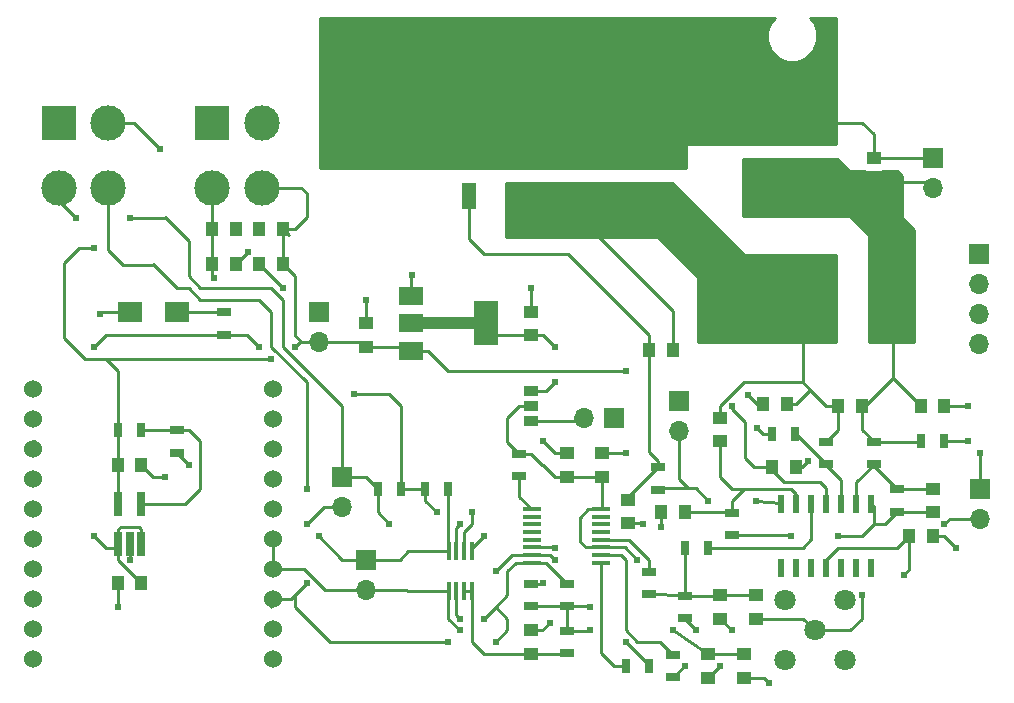
<source format=gbr>
G04 #@! TF.FileFunction,Copper,L1,Top,Signal*
%FSLAX46Y46*%
G04 Gerber Fmt 4.6, Leading zero omitted, Abs format (unit mm)*
G04 Created by KiCad (PCBNEW 4.0.7-e2-6376~58~ubuntu16.04.1) date Fri Mar 30 11:42:14 2018*
%MOMM*%
%LPD*%
G01*
G04 APERTURE LIST*
%ADD10C,0.100000*%
%ADD11R,1.250000X1.000000*%
%ADD12R,1.000000X1.250000*%
%ADD13R,3.000000X3.000000*%
%ADD14C,3.000000*%
%ADD15C,1.798320*%
%ADD16C,1.795780*%
%ADD17R,1.700000X1.700000*%
%ADD18O,1.700000X1.700000*%
%ADD19R,1.270000X0.970000*%
%ADD20R,1.200000X2.200000*%
%ADD21R,5.800000X6.400000*%
%ADD22R,2.750000X3.050000*%
%ADD23R,0.700000X1.300000*%
%ADD24R,1.300000X0.700000*%
%ADD25C,2.400000*%
%ADD26O,2.400000X2.400000*%
%ADD27R,1.500000X0.450000*%
%ADD28R,0.600000X1.500000*%
%ADD29R,2.000000X3.800000*%
%ADD30R,2.000000X1.500000*%
%ADD31R,0.300000X1.600000*%
%ADD32C,1.524000*%
%ADD33R,0.650000X2.000000*%
%ADD34R,2.000000X1.700000*%
%ADD35C,0.609600*%
%ADD36C,0.254000*%
%ADD37C,1.016000*%
G04 APERTURE END LIST*
D10*
D11*
X168000000Y-57000000D03*
X168000000Y-55000000D03*
X165000000Y-57000000D03*
X165000000Y-55000000D03*
D12*
X139000000Y-36000000D03*
X141000000Y-36000000D03*
X139000000Y-39000000D03*
X141000000Y-39000000D03*
X135000000Y-36000000D03*
X137000000Y-36000000D03*
X135000000Y-39000000D03*
X137000000Y-39000000D03*
D11*
X177000000Y-74000000D03*
X177000000Y-72000000D03*
X180000000Y-74000000D03*
X180000000Y-72000000D03*
X181000000Y-69000000D03*
X181000000Y-67000000D03*
X178000000Y-67000000D03*
X178000000Y-69000000D03*
D12*
X182388000Y-56134000D03*
X184388000Y-56134000D03*
X194000000Y-62000000D03*
X196000000Y-62000000D03*
D11*
X196000000Y-58000000D03*
X196000000Y-60000000D03*
D12*
X175000000Y-60000000D03*
X173000000Y-60000000D03*
D11*
X148000000Y-46000000D03*
X148000000Y-44000000D03*
X178000000Y-52000000D03*
X178000000Y-54000000D03*
D12*
X188000000Y-51000000D03*
X190000000Y-51000000D03*
X183626000Y-50800000D03*
X181626000Y-50800000D03*
X173974000Y-46228000D03*
X171974000Y-46228000D03*
X195000000Y-51000000D03*
X197000000Y-51000000D03*
D11*
X162000000Y-45000000D03*
X162000000Y-43000000D03*
X191000000Y-30000000D03*
X191000000Y-32000000D03*
X162000000Y-70000000D03*
X162000000Y-72000000D03*
D12*
X129000000Y-66000000D03*
X127000000Y-66000000D03*
X127000000Y-56000000D03*
X129000000Y-56000000D03*
D13*
X135000000Y-27000000D03*
D14*
X139200000Y-27000000D03*
X135000000Y-32500000D03*
X139200000Y-32500000D03*
D15*
X186000000Y-70000000D03*
D16*
X188540000Y-72540000D03*
X188540000Y-67460000D03*
X183460000Y-67460000D03*
X183460000Y-72540000D03*
D17*
X169000000Y-52000000D03*
D18*
X166460000Y-52000000D03*
D19*
X162000000Y-49730000D03*
X162000000Y-51000000D03*
X162000000Y-52270000D03*
D13*
X182000000Y-27000000D03*
D14*
X186200000Y-27000000D03*
X182000000Y-32500000D03*
X186200000Y-32500000D03*
D13*
X122000000Y-27000000D03*
D14*
X126200000Y-27000000D03*
X122000000Y-32500000D03*
X126200000Y-32500000D03*
D20*
X156720000Y-33200000D03*
X161280000Y-33200000D03*
D21*
X159000000Y-26900000D03*
D22*
X160525000Y-25225000D03*
X157475000Y-28575000D03*
X157475000Y-25225000D03*
X160525000Y-28575000D03*
D23*
X170050000Y-73000000D03*
X171950000Y-73000000D03*
D24*
X161000000Y-56950000D03*
X161000000Y-55050000D03*
X174000000Y-72050000D03*
X174000000Y-73950000D03*
X172000000Y-66950000D03*
X172000000Y-65050000D03*
X175000000Y-67050000D03*
X175000000Y-68950000D03*
D23*
X176950000Y-63000000D03*
X175050000Y-63000000D03*
D24*
X179000000Y-60050000D03*
X179000000Y-61950000D03*
X193000000Y-58050000D03*
X193000000Y-59950000D03*
D23*
X182438000Y-53340000D03*
X184338000Y-53340000D03*
D24*
X187000000Y-54050000D03*
X187000000Y-55950000D03*
X191000000Y-54050000D03*
X191000000Y-55950000D03*
X172720000Y-56200000D03*
X172720000Y-58100000D03*
D25*
X185000000Y-42000000D03*
D26*
X192620000Y-42000000D03*
D23*
X195050000Y-54000000D03*
X196950000Y-54000000D03*
X153050000Y-58000000D03*
X154950000Y-58000000D03*
X150950000Y-58000000D03*
X149050000Y-58000000D03*
D24*
X165000000Y-70050000D03*
X165000000Y-71950000D03*
X165000000Y-67950000D03*
X165000000Y-66050000D03*
X162000000Y-67950000D03*
X162000000Y-66050000D03*
D23*
X127050000Y-53000000D03*
X128950000Y-53000000D03*
D24*
X132000000Y-53050000D03*
X132000000Y-54950000D03*
D27*
X167950000Y-64275000D03*
X167950000Y-63625000D03*
X167950000Y-62975000D03*
X167950000Y-62325000D03*
X167950000Y-61675000D03*
X167950000Y-61025000D03*
X167950000Y-60375000D03*
X167950000Y-59725000D03*
X162050000Y-59725000D03*
X162050000Y-60375000D03*
X162050000Y-61025000D03*
X162050000Y-61675000D03*
X162050000Y-62325000D03*
X162050000Y-62975000D03*
X162050000Y-63625000D03*
X162050000Y-64275000D03*
D28*
X190810000Y-59300000D03*
X189540000Y-59300000D03*
X188270000Y-59300000D03*
X187000000Y-59300000D03*
X185730000Y-59300000D03*
X184460000Y-59300000D03*
X183190000Y-59300000D03*
X183190000Y-64700000D03*
X184460000Y-64700000D03*
X185730000Y-64700000D03*
X187000000Y-64700000D03*
X188270000Y-64700000D03*
X189540000Y-64700000D03*
X190810000Y-64700000D03*
D29*
X158150000Y-44000000D03*
D30*
X151850000Y-44000000D03*
X151850000Y-46300000D03*
X151850000Y-41700000D03*
D31*
X156975000Y-63300000D03*
X156325000Y-63300000D03*
X155675000Y-63300000D03*
X155025000Y-63300000D03*
X155025000Y-66700000D03*
X155675000Y-66700000D03*
X156325000Y-66700000D03*
X156975000Y-66700000D03*
D32*
X140160000Y-72400000D03*
X140160000Y-69860000D03*
X140160000Y-67320000D03*
X140160000Y-64780000D03*
X140160000Y-62240000D03*
X140160000Y-59700000D03*
X140160000Y-57160000D03*
X140160000Y-54620000D03*
X140160000Y-52080000D03*
X140160000Y-49540000D03*
X119840000Y-72400000D03*
X119840000Y-69860000D03*
X119840000Y-67320000D03*
X119840000Y-64780000D03*
X119840000Y-62240000D03*
X119840000Y-59700000D03*
X119840000Y-57160000D03*
X119840000Y-54620000D03*
X119840000Y-52080000D03*
X119840000Y-49540000D03*
D33*
X127050000Y-62710000D03*
X128000000Y-62710000D03*
X128950000Y-62710000D03*
X128950000Y-59290000D03*
X127050000Y-59290000D03*
D17*
X144000000Y-43000000D03*
D18*
X144000000Y-45540000D03*
D17*
X146000000Y-57000000D03*
D18*
X146000000Y-59540000D03*
D17*
X148000000Y-64000000D03*
D18*
X148000000Y-66540000D03*
D17*
X199898000Y-38100000D03*
D18*
X199898000Y-40640000D03*
X199898000Y-43180000D03*
X199898000Y-45720000D03*
D34*
X128000000Y-43000000D03*
X132000000Y-43000000D03*
D17*
X200000000Y-58000000D03*
D18*
X200000000Y-60540000D03*
D24*
X136000000Y-44950000D03*
X136000000Y-43050000D03*
D17*
X196000000Y-30000000D03*
D18*
X196000000Y-32540000D03*
D11*
X170180000Y-60944000D03*
X170180000Y-58944000D03*
D17*
X174498000Y-50546000D03*
D18*
X174498000Y-53086000D03*
D35*
X167000000Y-68000000D03*
X171000000Y-64000000D03*
X174000000Y-70000000D03*
X167000000Y-70000000D03*
X182118000Y-74422000D03*
X172974000Y-61214000D03*
X171450000Y-60960000D03*
X163576000Y-69342000D03*
X151892000Y-39878000D03*
X185420000Y-55626000D03*
X181102000Y-52832000D03*
X180340000Y-50038000D03*
X125476000Y-43180000D03*
X198000000Y-63000000D03*
X175000000Y-73000000D03*
X179000000Y-70000000D03*
X176000000Y-70000000D03*
X178000000Y-73000000D03*
X170000000Y-71000000D03*
X170000000Y-55000000D03*
X128000000Y-64000000D03*
X141000000Y-41000000D03*
X138000000Y-38000000D03*
X133000000Y-56000000D03*
X131000000Y-57000000D03*
X127000000Y-68000000D03*
X199000000Y-54000000D03*
X199000000Y-51000000D03*
X200000000Y-55000000D03*
X158000000Y-62000000D03*
X164000000Y-63000000D03*
X163000000Y-54000000D03*
X162000000Y-41000000D03*
X148000000Y-42000000D03*
X142000000Y-46000000D03*
X139000000Y-46000000D03*
X179000000Y-51000000D03*
X170000000Y-48000000D03*
X125000000Y-62000000D03*
X125000000Y-46000000D03*
X135128000Y-40132000D03*
X193548000Y-65278000D03*
X197000000Y-61000000D03*
X190000000Y-67000000D03*
X188000000Y-62000000D03*
X184000000Y-62000000D03*
X164000000Y-49000000D03*
X164000000Y-46000000D03*
X165354000Y-29464000D03*
X163576000Y-29464000D03*
X161798000Y-29464000D03*
X160020000Y-29464000D03*
X158242000Y-29464000D03*
X156464000Y-29464000D03*
X154686000Y-29464000D03*
X152908000Y-29464000D03*
X165354000Y-27686000D03*
X163576000Y-27686000D03*
X161798000Y-27686000D03*
X160020000Y-27686000D03*
X158242000Y-27686000D03*
X156464000Y-27686000D03*
X154686000Y-27686000D03*
X152908000Y-27686000D03*
X165354000Y-25908000D03*
X163576000Y-25908000D03*
X161798000Y-25908000D03*
X160020000Y-25908000D03*
X158242000Y-25908000D03*
X156464000Y-25908000D03*
X154686000Y-25908000D03*
X152908000Y-25908000D03*
X165354000Y-24130000D03*
X163576000Y-24130000D03*
X161798000Y-24130000D03*
X160020000Y-24130000D03*
X158242000Y-24130000D03*
X156464000Y-24130000D03*
X154686000Y-24130000D03*
X152908000Y-24130000D03*
X165354000Y-22352000D03*
X163576000Y-22352000D03*
X161798000Y-22352000D03*
X160020000Y-22352000D03*
X158242000Y-22352000D03*
X156464000Y-22352000D03*
X154686000Y-22352000D03*
X152908000Y-22352000D03*
X124968000Y-37592000D03*
X130556000Y-29210000D03*
X147000000Y-50000000D03*
X140000000Y-47000000D03*
X154000000Y-60000000D03*
X157000000Y-60000000D03*
X123444000Y-35052000D03*
X128016000Y-35052000D03*
X150000000Y-61000000D03*
X156000000Y-61000000D03*
X144000000Y-62000000D03*
X143000000Y-58000000D03*
X159000000Y-71000000D03*
X155000000Y-71000000D03*
X143000000Y-61000000D03*
X143000000Y-66000000D03*
X156000000Y-69000000D03*
X158000000Y-69000000D03*
X163000000Y-66000000D03*
X164000000Y-64000000D03*
X156000000Y-70000000D03*
X159000000Y-65000000D03*
X181000000Y-59000000D03*
X177000000Y-59000000D03*
D36*
X162000000Y-51000000D02*
X161000000Y-51000000D01*
X160000000Y-54050000D02*
X161000000Y-55050000D01*
X160000000Y-52000000D02*
X160000000Y-54050000D01*
X161000000Y-51000000D02*
X160000000Y-52000000D01*
X167950000Y-62975000D02*
X169975000Y-62975000D01*
X166950000Y-67950000D02*
X165000000Y-67950000D01*
X167000000Y-68000000D02*
X166950000Y-67950000D01*
X169975000Y-62975000D02*
X171000000Y-64000000D01*
X167950000Y-59725000D02*
X166843000Y-59725000D01*
X166607000Y-62975000D02*
X167950000Y-62975000D01*
X166116000Y-62484000D02*
X166607000Y-62975000D01*
X166116000Y-60452000D02*
X166116000Y-62484000D01*
X166843000Y-59725000D02*
X166116000Y-60452000D01*
X165000000Y-70050000D02*
X166950000Y-70050000D01*
X174000000Y-70000000D02*
X177000000Y-72000000D01*
X166950000Y-70050000D02*
X167000000Y-70000000D01*
X165000000Y-67950000D02*
X162000000Y-67950000D01*
X165000000Y-70050000D02*
X165000000Y-67950000D01*
X161000000Y-55050000D02*
X161950000Y-55050000D01*
X164000000Y-57000000D02*
X165000000Y-57000000D01*
X163000000Y-56000000D02*
X164000000Y-57000000D01*
X162900000Y-56000000D02*
X163000000Y-56000000D01*
X161950000Y-55050000D02*
X162900000Y-56000000D01*
X165000000Y-57000000D02*
X168000000Y-57000000D01*
X168000000Y-57000000D02*
X168000000Y-59675000D01*
X168000000Y-59675000D02*
X167950000Y-59725000D01*
X180000000Y-72000000D02*
X177000000Y-72000000D01*
X168000000Y-59675000D02*
X167950000Y-59725000D01*
X180000000Y-74000000D02*
X181696000Y-74000000D01*
X181696000Y-74000000D02*
X182118000Y-74422000D01*
X173000000Y-60000000D02*
X173000000Y-61188000D01*
X173000000Y-61188000D02*
X172974000Y-61214000D01*
X170180000Y-60944000D02*
X171434000Y-60944000D01*
X171434000Y-60944000D02*
X171450000Y-60960000D01*
X162000000Y-70000000D02*
X162918000Y-70000000D01*
X162918000Y-70000000D02*
X163576000Y-69342000D01*
X151850000Y-41700000D02*
X151850000Y-39920000D01*
X151850000Y-39920000D02*
X151892000Y-39878000D01*
X184388000Y-56134000D02*
X184912000Y-56134000D01*
X184912000Y-56134000D02*
X185420000Y-55626000D01*
X182438000Y-53340000D02*
X181610000Y-53340000D01*
X181610000Y-53340000D02*
X181102000Y-52832000D01*
X181626000Y-50800000D02*
X181102000Y-50800000D01*
X181102000Y-50800000D02*
X180340000Y-50038000D01*
X128000000Y-43000000D02*
X125656000Y-43000000D01*
X125656000Y-43000000D02*
X125476000Y-43180000D01*
X196000000Y-62000000D02*
X197000000Y-62000000D01*
X197000000Y-62000000D02*
X198000000Y-63000000D01*
X174000000Y-73950000D02*
X174050000Y-73950000D01*
X174050000Y-73950000D02*
X175000000Y-73000000D01*
X178000000Y-69000000D02*
X179000000Y-70000000D01*
X175000000Y-68950000D02*
X175000000Y-69000000D01*
X175000000Y-69000000D02*
X176000000Y-70000000D01*
X177000000Y-74000000D02*
X178000000Y-73000000D01*
X171950000Y-73000000D02*
X171950000Y-72950000D01*
X171950000Y-72950000D02*
X170000000Y-71000000D01*
X182438000Y-53340000D02*
X182438000Y-53390000D01*
X168000000Y-55000000D02*
X170000000Y-55000000D01*
X128000000Y-62710000D02*
X128000000Y-64000000D01*
X139000000Y-39000000D02*
X141000000Y-41000000D01*
X137000000Y-39000000D02*
X138000000Y-38000000D01*
X132000000Y-54950000D02*
X132000000Y-55000000D01*
X132000000Y-55000000D02*
X133000000Y-56000000D01*
X129000000Y-56000000D02*
X130000000Y-57000000D01*
X130000000Y-57000000D02*
X131000000Y-57000000D01*
X127000000Y-66000000D02*
X127000000Y-68000000D01*
X196950000Y-54000000D02*
X199000000Y-54000000D01*
X197000000Y-51000000D02*
X199000000Y-51000000D01*
X200000000Y-58000000D02*
X200000000Y-55000000D01*
X156975000Y-63300000D02*
X156975000Y-63025000D01*
X156975000Y-63025000D02*
X158000000Y-62000000D01*
X162050000Y-62975000D02*
X163975000Y-62975000D01*
X163975000Y-62975000D02*
X164000000Y-63000000D01*
X165000000Y-55000000D02*
X164000000Y-55000000D01*
X164000000Y-55000000D02*
X163000000Y-54000000D01*
X162000000Y-43000000D02*
X162000000Y-41000000D01*
X148000000Y-44000000D02*
X148000000Y-42000000D01*
X196950000Y-51050000D02*
X197000000Y-51000000D01*
X197000000Y-54050000D02*
X196950000Y-54000000D01*
X144000000Y-43540000D02*
X144540000Y-43540000D01*
X144540000Y-43540000D02*
X144000000Y-43000000D01*
X142540000Y-45540000D02*
X142460000Y-45540000D01*
X142460000Y-45540000D02*
X142000000Y-46000000D01*
X139000000Y-46000000D02*
X137950000Y-44950000D01*
X137950000Y-44950000D02*
X136000000Y-44950000D01*
X127050000Y-62710000D02*
X127050000Y-61418000D01*
X128950000Y-61386000D02*
X128950000Y-62710000D01*
X128778000Y-61214000D02*
X128950000Y-61386000D01*
X127254000Y-61214000D02*
X128778000Y-61214000D01*
X127050000Y-61418000D02*
X127254000Y-61214000D01*
X127050000Y-62710000D02*
X127050000Y-64058000D01*
X127770000Y-64770000D02*
X129000000Y-66000000D01*
X127762000Y-64770000D02*
X127770000Y-64770000D01*
X127050000Y-64058000D02*
X127762000Y-64770000D01*
X182388000Y-56134000D02*
X182388000Y-56404000D01*
X182388000Y-56404000D02*
X183388000Y-57404000D01*
X187000000Y-57968000D02*
X187000000Y-59300000D01*
X186436000Y-57404000D02*
X187000000Y-57968000D01*
X183388000Y-57404000D02*
X186436000Y-57404000D01*
X179000000Y-51000000D02*
X179000000Y-51238000D01*
X170000000Y-48000000D02*
X155000000Y-48000000D01*
X155000000Y-48000000D02*
X153300000Y-46300000D01*
X151850000Y-46300000D02*
X153300000Y-46300000D01*
X180848000Y-56134000D02*
X182388000Y-56134000D01*
X180086000Y-55372000D02*
X180848000Y-56134000D01*
X180086000Y-52324000D02*
X180086000Y-55372000D01*
X179000000Y-51238000D02*
X180086000Y-52324000D01*
X136000000Y-44950000D02*
X136000000Y-45000000D01*
X144000000Y-45540000D02*
X147540000Y-45540000D01*
X147540000Y-45540000D02*
X148000000Y-46000000D01*
X141000000Y-39000000D02*
X142000000Y-40000000D01*
X142000000Y-40000000D02*
X142000000Y-45000000D01*
X142000000Y-45000000D02*
X142540000Y-45540000D01*
X142540000Y-45540000D02*
X144000000Y-45540000D01*
X136000000Y-44950000D02*
X126050000Y-44950000D01*
X126000000Y-63000000D02*
X126760000Y-63000000D01*
X125000000Y-62000000D02*
X126000000Y-63000000D01*
X126050000Y-44950000D02*
X125000000Y-46000000D01*
X126760000Y-63000000D02*
X127050000Y-62710000D01*
X141000000Y-36000000D02*
X141000000Y-39000000D01*
X139200000Y-32500000D02*
X142500000Y-32500000D01*
X142000000Y-36000000D02*
X141000000Y-36000000D01*
X143000000Y-35000000D02*
X142000000Y-36000000D01*
X143000000Y-33000000D02*
X143000000Y-35000000D01*
X142500000Y-32500000D02*
X143000000Y-33000000D01*
X151850000Y-46850000D02*
X151850000Y-46300000D01*
X148000000Y-46000000D02*
X151550000Y-46000000D01*
X151550000Y-46000000D02*
X151850000Y-46300000D01*
X141500000Y-36500000D02*
X141000000Y-36000000D01*
X129000000Y-62760000D02*
X128950000Y-62710000D01*
X129000000Y-63000000D02*
X128950000Y-62710000D01*
X135000000Y-39000000D02*
X135000000Y-40004000D01*
X135000000Y-40004000D02*
X135128000Y-40132000D01*
X194000000Y-64826000D02*
X194000000Y-62000000D01*
X193548000Y-65278000D02*
X194000000Y-64826000D01*
X135000000Y-39000000D02*
X134990000Y-39000000D01*
X187000000Y-64700000D02*
X187000000Y-64000000D01*
X187000000Y-64000000D02*
X188000000Y-63000000D01*
X193000000Y-63000000D02*
X194000000Y-62000000D01*
X188000000Y-63000000D02*
X193000000Y-63000000D01*
X135000000Y-32500000D02*
X135000000Y-36000000D01*
X135000000Y-36000000D02*
X135000000Y-39000000D01*
X186000000Y-70000000D02*
X189000000Y-70000000D01*
X197460000Y-60540000D02*
X200000000Y-60540000D01*
X197000000Y-61000000D02*
X197460000Y-60540000D01*
X190000000Y-69000000D02*
X190000000Y-67000000D01*
X189000000Y-70000000D02*
X190000000Y-69000000D01*
X181000000Y-69000000D02*
X185000000Y-69000000D01*
X185000000Y-69000000D02*
X186000000Y-70000000D01*
X175000000Y-67050000D02*
X177950000Y-67050000D01*
X177950000Y-67050000D02*
X178000000Y-67000000D01*
X175050000Y-63000000D02*
X175050000Y-67000000D01*
X175050000Y-67000000D02*
X175000000Y-67050000D01*
X172000000Y-66950000D02*
X174950000Y-67000000D01*
X174950000Y-67000000D02*
X175000000Y-67050000D01*
X178000000Y-67000000D02*
X181000000Y-67000000D01*
X175000000Y-67050000D02*
X175000000Y-67000000D01*
X171950000Y-67000000D02*
X172000000Y-66950000D01*
X175050000Y-67000000D02*
X175000000Y-67050000D01*
X193000000Y-58050000D02*
X195950000Y-58050000D01*
X195950000Y-58050000D02*
X196000000Y-58000000D01*
X191000000Y-55950000D02*
X191000000Y-56050000D01*
X191000000Y-56050000D02*
X193000000Y-58050000D01*
X191000000Y-55950000D02*
X191000000Y-56000000D01*
X191000000Y-56000000D02*
X189540000Y-57460000D01*
X189540000Y-57460000D02*
X189540000Y-59300000D01*
X193000000Y-58000000D02*
X193000000Y-58050000D01*
X195950000Y-58050000D02*
X196000000Y-58000000D01*
X191000000Y-61000000D02*
X191950000Y-61000000D01*
X191950000Y-61000000D02*
X193000000Y-59950000D01*
X179000000Y-61950000D02*
X183950000Y-61950000D01*
X191000000Y-61000000D02*
X191000000Y-59490000D01*
X190000000Y-62000000D02*
X191000000Y-61000000D01*
X188000000Y-62000000D02*
X190000000Y-62000000D01*
X183950000Y-61950000D02*
X184000000Y-62000000D01*
X191000000Y-59490000D02*
X190810000Y-59300000D01*
X190900000Y-59390000D02*
X190810000Y-59300000D01*
X193000000Y-59950000D02*
X195950000Y-59950000D01*
X195950000Y-59950000D02*
X196000000Y-60000000D01*
X195950000Y-59950000D02*
X196000000Y-60000000D01*
X180000000Y-58000000D02*
X179000000Y-58000000D01*
X178000000Y-57000000D02*
X178000000Y-54000000D01*
X179000000Y-58000000D02*
X178000000Y-57000000D01*
X184460000Y-59300000D02*
X184460000Y-58460000D01*
X179000000Y-59000000D02*
X179000000Y-60050000D01*
X180000000Y-58000000D02*
X179000000Y-59000000D01*
X184000000Y-58000000D02*
X180000000Y-58000000D01*
X184460000Y-58460000D02*
X184000000Y-58000000D01*
X175000000Y-60000000D02*
X178950000Y-60000000D01*
X178950000Y-60000000D02*
X179000000Y-60050000D01*
X174950000Y-59950000D02*
X175000000Y-60000000D01*
X183626000Y-50800000D02*
X184404000Y-50800000D01*
X184404000Y-50800000D02*
X185602000Y-49602000D01*
X174000000Y-42920000D02*
X164280000Y-33200000D01*
X164280000Y-33200000D02*
X161280000Y-33200000D01*
X173974000Y-46228000D02*
X174000000Y-42920000D01*
X185000000Y-42000000D02*
X185000000Y-49000000D01*
X178000000Y-52000000D02*
X178000000Y-51000000D01*
X178000000Y-51000000D02*
X180000000Y-49000000D01*
X180000000Y-49000000D02*
X185000000Y-49000000D01*
X186950000Y-54000000D02*
X187000000Y-54050000D01*
X188000000Y-51000000D02*
X188000000Y-53050000D01*
X188000000Y-53050000D02*
X187000000Y-54050000D01*
X187000000Y-51000000D02*
X188000000Y-51000000D01*
X185000000Y-49000000D02*
X185602000Y-49602000D01*
X185602000Y-49602000D02*
X187000000Y-51000000D01*
X182000000Y-32500000D02*
X186200000Y-32500000D01*
X186200000Y-32500000D02*
X190500000Y-32500000D01*
X190500000Y-32500000D02*
X191000000Y-32000000D01*
X191000000Y-32000000D02*
X195460000Y-32000000D01*
X195460000Y-32000000D02*
X196000000Y-32540000D01*
X192620000Y-42000000D02*
X192620000Y-33620000D01*
X192620000Y-33620000D02*
X191000000Y-32000000D01*
X192620000Y-42000000D02*
X192620000Y-48620000D01*
X192620000Y-48620000D02*
X193000000Y-49000000D01*
X192620000Y-48620000D02*
X193000000Y-49000000D01*
X191000000Y-54050000D02*
X195000000Y-54050000D01*
X195000000Y-54050000D02*
X195050000Y-54000000D01*
X190000000Y-51000000D02*
X190240000Y-51000000D01*
X190240000Y-51000000D02*
X192620000Y-48620000D01*
X190000000Y-51000000D02*
X190000000Y-53000000D01*
X190000000Y-53000000D02*
X191000000Y-54000000D01*
X191000000Y-54000000D02*
X191000000Y-54050000D01*
X192620000Y-48620000D02*
X193000000Y-49000000D01*
X193000000Y-49000000D02*
X195000000Y-51000000D01*
X181500000Y-32500000D02*
X182000000Y-32500000D01*
X195050000Y-51050000D02*
X195000000Y-51000000D01*
X162000000Y-45000000D02*
X159150000Y-45000000D01*
X159150000Y-45000000D02*
X158150000Y-44000000D01*
X162000000Y-45000000D02*
X163000000Y-45000000D01*
X163270000Y-49730000D02*
X162000000Y-49730000D01*
X164000000Y-49000000D02*
X163270000Y-49730000D01*
X163000000Y-45000000D02*
X164000000Y-46000000D01*
D37*
X151850000Y-44000000D02*
X158150000Y-44000000D01*
D36*
X165354000Y-29464000D02*
X167132000Y-29464000D01*
X167132000Y-29464000D02*
X167132000Y-22352000D01*
X167132000Y-22352000D02*
X165354000Y-22352000D01*
X163576000Y-29464000D02*
X165354000Y-29464000D01*
X161798000Y-29464000D02*
X163576000Y-29464000D01*
X160020000Y-29464000D02*
X161798000Y-29464000D01*
X158242000Y-29464000D02*
X160020000Y-29464000D01*
X156464000Y-29464000D02*
X158242000Y-29464000D01*
X154686000Y-29464000D02*
X156464000Y-29464000D01*
X152908000Y-29464000D02*
X154686000Y-29464000D01*
X165354000Y-27686000D02*
X167132000Y-27686000D01*
X163576000Y-27686000D02*
X165354000Y-27686000D01*
X161798000Y-27686000D02*
X163576000Y-27686000D01*
X160020000Y-27686000D02*
X161798000Y-27686000D01*
X158242000Y-27686000D02*
X160020000Y-27686000D01*
X156464000Y-27686000D02*
X158242000Y-27686000D01*
X154686000Y-27686000D02*
X156464000Y-27686000D01*
X152908000Y-27686000D02*
X154686000Y-27686000D01*
X165354000Y-25908000D02*
X167132000Y-25908000D01*
X163576000Y-25908000D02*
X165354000Y-25908000D01*
X161798000Y-25908000D02*
X163576000Y-25908000D01*
X160020000Y-25908000D02*
X161798000Y-25908000D01*
X158242000Y-25908000D02*
X160020000Y-25908000D01*
X156464000Y-25908000D02*
X158242000Y-25908000D01*
X154686000Y-25908000D02*
X156464000Y-25908000D01*
X152908000Y-25908000D02*
X154686000Y-25908000D01*
X165354000Y-24130000D02*
X167132000Y-24130000D01*
X163576000Y-24130000D02*
X165354000Y-24130000D01*
X161798000Y-24130000D02*
X163576000Y-24130000D01*
X160020000Y-24130000D02*
X161798000Y-24130000D01*
X158242000Y-24130000D02*
X160020000Y-24130000D01*
X156464000Y-24130000D02*
X158242000Y-24130000D01*
X154686000Y-24130000D02*
X156464000Y-24130000D01*
X152908000Y-24130000D02*
X154686000Y-24130000D01*
X163576000Y-22352000D02*
X165354000Y-22352000D01*
X161798000Y-22352000D02*
X163576000Y-22352000D01*
X160020000Y-22352000D02*
X161798000Y-22352000D01*
X158242000Y-22352000D02*
X160020000Y-22352000D01*
X156464000Y-22352000D02*
X158242000Y-22352000D01*
X154686000Y-22352000D02*
X156464000Y-22352000D01*
X152908000Y-22352000D02*
X154686000Y-22352000D01*
X191000000Y-30000000D02*
X196000000Y-30000000D01*
X182000000Y-27000000D02*
X177900000Y-27000000D01*
X177900000Y-27000000D02*
X166115928Y-26937650D01*
X166115928Y-26937650D02*
X159000000Y-26900000D01*
X186200000Y-27000000D02*
X190000000Y-27000000D01*
X191000000Y-28000000D02*
X191000000Y-30000000D01*
X190000000Y-27000000D02*
X191000000Y-28000000D01*
X159100000Y-27000000D02*
X159000000Y-26900000D01*
X162000000Y-72000000D02*
X158000000Y-72000000D01*
X156975000Y-70975000D02*
X156975000Y-66700000D01*
X158000000Y-72000000D02*
X156975000Y-70975000D01*
X162000000Y-72000000D02*
X164950000Y-72000000D01*
X164950000Y-72000000D02*
X165000000Y-71950000D01*
X156325000Y-66700000D02*
X156975000Y-66700000D01*
X122428000Y-38862000D02*
X123698000Y-37592000D01*
X123698000Y-37592000D02*
X124968000Y-37592000D01*
X126238000Y-47000000D02*
X124216000Y-47000000D01*
X124216000Y-47000000D02*
X122428000Y-45212000D01*
X122428000Y-45212000D02*
X122428000Y-38862000D01*
X128346000Y-27000000D02*
X126200000Y-27000000D01*
X130556000Y-29210000D02*
X128346000Y-27000000D01*
X126000000Y-47000000D02*
X126238000Y-47000000D01*
X126238000Y-47000000D02*
X140000000Y-47000000D01*
X151000000Y-51000000D02*
X151000000Y-57950000D01*
X150000000Y-50000000D02*
X151000000Y-51000000D01*
X147000000Y-50000000D02*
X150000000Y-50000000D01*
X151000000Y-57950000D02*
X150950000Y-58000000D01*
X127050000Y-48050000D02*
X127050000Y-53000000D01*
X126000000Y-47000000D02*
X127050000Y-48050000D01*
X127000000Y-56000000D02*
X127000000Y-59240000D01*
X127000000Y-59240000D02*
X127050000Y-59290000D01*
X156325000Y-63300000D02*
X156325000Y-61675000D01*
X153050000Y-59050000D02*
X153050000Y-58000000D01*
X154000000Y-60000000D02*
X153050000Y-59050000D01*
X157000000Y-61000000D02*
X157000000Y-60000000D01*
X156325000Y-61675000D02*
X157000000Y-61000000D01*
X150950000Y-58000000D02*
X153050000Y-58000000D01*
X127050000Y-53000000D02*
X127050000Y-55950000D01*
X127050000Y-55950000D02*
X127000000Y-56000000D01*
X127050000Y-56050000D02*
X127000000Y-56000000D01*
X151000000Y-58000000D02*
X150950000Y-58000000D01*
X153050000Y-58000000D02*
X153000000Y-58000000D01*
X150950000Y-57950000D02*
X150950000Y-58000000D01*
X162000000Y-52270000D02*
X166190000Y-52270000D01*
X166190000Y-52270000D02*
X166460000Y-52000000D01*
X131058000Y-35058000D02*
X128022000Y-35058000D01*
X123444000Y-35052000D02*
X122000000Y-33608000D01*
X128022000Y-35058000D02*
X128016000Y-35052000D01*
X122000000Y-33608000D02*
X122000000Y-32500000D01*
X146000000Y-51000000D02*
X146000000Y-57000000D01*
X141000000Y-46000000D02*
X146000000Y-51000000D01*
X141000000Y-42000000D02*
X141000000Y-46000000D01*
X140000000Y-41000000D02*
X141000000Y-42000000D01*
X134000000Y-41000000D02*
X140000000Y-41000000D01*
X133000000Y-40000000D02*
X134000000Y-41000000D01*
X133000000Y-37000000D02*
X133000000Y-40000000D01*
X131000000Y-35000000D02*
X131058000Y-35058000D01*
X131058000Y-35058000D02*
X133000000Y-37000000D01*
X146000000Y-57000000D02*
X148050000Y-57000000D01*
X148050000Y-57000000D02*
X149050000Y-58000000D01*
X155675000Y-63300000D02*
X155675000Y-61325000D01*
X149000000Y-60000000D02*
X149000000Y-58050000D01*
X150000000Y-61000000D02*
X149000000Y-60000000D01*
X155675000Y-61325000D02*
X156000000Y-61000000D01*
X149000000Y-58050000D02*
X149050000Y-58000000D01*
X149050000Y-58000000D02*
X149050000Y-58050000D01*
X130082000Y-39082000D02*
X127474000Y-39082000D01*
X126200000Y-37808000D02*
X126200000Y-32500000D01*
X127474000Y-39082000D02*
X126200000Y-37808000D01*
X146000000Y-64000000D02*
X148000000Y-64000000D01*
X144000000Y-62000000D02*
X146000000Y-64000000D01*
X143000000Y-49000000D02*
X143000000Y-58000000D01*
X140000000Y-46000000D02*
X143000000Y-49000000D01*
X140000000Y-43000000D02*
X140000000Y-46000000D01*
X139000000Y-42000000D02*
X140000000Y-43000000D01*
X134000000Y-42000000D02*
X139000000Y-42000000D01*
X133000000Y-41000000D02*
X134000000Y-42000000D01*
X132000000Y-41000000D02*
X133000000Y-41000000D01*
X130000000Y-39000000D02*
X130082000Y-39082000D01*
X130082000Y-39082000D02*
X132000000Y-41000000D01*
X148000000Y-64000000D02*
X150884000Y-64000000D01*
X151584000Y-63300000D02*
X154875000Y-63300000D01*
X150884000Y-64000000D02*
X151584000Y-63300000D01*
X154875000Y-63300000D02*
X154950000Y-63225000D01*
X154950000Y-63225000D02*
X155025000Y-63300000D01*
X154950000Y-58000000D02*
X154950000Y-63225000D01*
X154950000Y-63225000D02*
X155025000Y-63300000D01*
X160725000Y-64275000D02*
X162050000Y-64275000D01*
X160000000Y-65000000D02*
X160725000Y-64275000D01*
X160000000Y-66000000D02*
X160000000Y-65000000D01*
X160000000Y-67000000D02*
X160000000Y-66000000D01*
X159000000Y-68000000D02*
X160000000Y-67000000D01*
X142000000Y-67000000D02*
X142000000Y-68000000D01*
X160000000Y-69000000D02*
X159000000Y-68000000D01*
X160000000Y-70000000D02*
X160000000Y-69000000D01*
X159000000Y-71000000D02*
X160000000Y-70000000D01*
X145000000Y-71000000D02*
X155000000Y-71000000D01*
X142000000Y-68000000D02*
X145000000Y-71000000D01*
X140160000Y-67320000D02*
X141680000Y-67320000D01*
X144460000Y-59540000D02*
X146000000Y-59540000D01*
X143000000Y-61000000D02*
X144460000Y-59540000D01*
X141680000Y-67320000D02*
X142000000Y-67000000D01*
X142000000Y-67000000D02*
X143000000Y-66000000D01*
X155675000Y-66700000D02*
X155675000Y-68675000D01*
X155675000Y-68675000D02*
X156000000Y-69000000D01*
X158000000Y-69000000D02*
X159000000Y-68000000D01*
X162050000Y-64275000D02*
X163225000Y-64275000D01*
X163225000Y-64275000D02*
X165000000Y-66050000D01*
X139840000Y-67000000D02*
X140160000Y-67320000D01*
X145680000Y-59860000D02*
X146000000Y-59540000D01*
X146540000Y-59000000D02*
X146000000Y-59540000D01*
X162000000Y-64325000D02*
X162050000Y-64275000D01*
X140000000Y-68000000D02*
X140000000Y-67000000D01*
X162050000Y-63625000D02*
X163625000Y-63625000D01*
X162950000Y-66050000D02*
X162000000Y-66050000D01*
X163000000Y-66000000D02*
X162950000Y-66050000D01*
X163625000Y-63625000D02*
X164000000Y-64000000D01*
X148000000Y-66540000D02*
X151376000Y-66540000D01*
X151536000Y-66700000D02*
X155025000Y-66700000D01*
X151376000Y-66540000D02*
X151536000Y-66700000D01*
X140160000Y-64780000D02*
X142780000Y-64780000D01*
X144540000Y-66540000D02*
X148000000Y-66540000D01*
X142780000Y-64780000D02*
X144540000Y-66540000D01*
X162050000Y-63625000D02*
X160375000Y-63625000D01*
X155000000Y-69000000D02*
X155000000Y-66725000D01*
X156000000Y-70000000D02*
X155000000Y-69000000D01*
X160375000Y-63625000D02*
X159000000Y-65000000D01*
X155000000Y-66725000D02*
X155025000Y-66700000D01*
X155000000Y-66725000D02*
X155025000Y-66700000D01*
X155025000Y-66700000D02*
X155025000Y-66975000D01*
X147760000Y-66780000D02*
X148000000Y-66540000D01*
X140160000Y-62240000D02*
X140160000Y-64780000D01*
X167950000Y-64275000D02*
X167950000Y-71950000D01*
X169000000Y-73000000D02*
X170050000Y-73000000D01*
X167950000Y-71950000D02*
X169000000Y-73000000D01*
X161000000Y-56950000D02*
X161000000Y-58675000D01*
X161000000Y-58675000D02*
X162050000Y-59725000D01*
X167950000Y-63625000D02*
X169625000Y-63625000D01*
X172950000Y-71000000D02*
X174000000Y-72050000D01*
X171000000Y-71000000D02*
X172950000Y-71000000D01*
X170000000Y-70000000D02*
X171000000Y-71000000D01*
X170000000Y-64000000D02*
X170000000Y-70000000D01*
X169625000Y-63625000D02*
X170000000Y-64000000D01*
X174000000Y-72050000D02*
X174000000Y-72000000D01*
X167950000Y-62325000D02*
X170325000Y-62325000D01*
X172000000Y-64000000D02*
X172000000Y-65050000D01*
X170325000Y-62325000D02*
X172000000Y-64000000D01*
X176950000Y-63000000D02*
X177000000Y-63000000D01*
X177000000Y-63000000D02*
X181000000Y-63000000D01*
X181000000Y-63000000D02*
X185000000Y-63000000D01*
X185000000Y-63000000D02*
X185730000Y-62270000D01*
X185730000Y-62270000D02*
X185730000Y-59300000D01*
X184338000Y-53340000D02*
X184390000Y-53340000D01*
X184390000Y-53340000D02*
X187000000Y-55950000D01*
X187000000Y-55950000D02*
X187000000Y-56000000D01*
X187000000Y-56000000D02*
X188270000Y-57270000D01*
X188270000Y-57270000D02*
X188270000Y-59300000D01*
X132000000Y-53050000D02*
X133050000Y-53050000D01*
X132710000Y-59290000D02*
X128950000Y-59290000D01*
X134000000Y-58000000D02*
X132710000Y-59290000D01*
X134000000Y-54000000D02*
X134000000Y-58000000D01*
X133050000Y-53050000D02*
X134000000Y-54000000D01*
X128950000Y-53000000D02*
X131950000Y-53000000D01*
X131950000Y-53000000D02*
X132000000Y-53050000D01*
X132000000Y-43000000D02*
X136000000Y-43000000D01*
X136000000Y-43000000D02*
X136000000Y-43050000D01*
X120000000Y-54000000D02*
X119950000Y-54050000D01*
X120050000Y-52000000D02*
X120000000Y-52000000D01*
X172720000Y-56200000D02*
X172720000Y-55626000D01*
X172720000Y-55626000D02*
X171974000Y-54880000D01*
X171974000Y-54880000D02*
X171974000Y-46228000D01*
X170180000Y-58944000D02*
X170180000Y-58740000D01*
X170180000Y-58740000D02*
X172720000Y-56200000D01*
X171974000Y-46228000D02*
X172000000Y-45000000D01*
X172000000Y-45000000D02*
X165100000Y-38100000D01*
X165100000Y-38100000D02*
X157988000Y-38100000D01*
X157988000Y-38100000D02*
X156720000Y-36832000D01*
X156720000Y-36832000D02*
X156720000Y-33200000D01*
X175044000Y-57950000D02*
X172870000Y-57950000D01*
X172870000Y-57950000D02*
X172720000Y-58100000D01*
X174498000Y-53086000D02*
X174498000Y-57150000D01*
X174498000Y-57150000D02*
X175298000Y-57950000D01*
X175298000Y-57950000D02*
X175044000Y-57950000D01*
X175044000Y-57950000D02*
X175006000Y-57912000D01*
X175006000Y-57912000D02*
X175006000Y-57950000D01*
X174498000Y-53086000D02*
X174070000Y-53086000D01*
X175006000Y-57950000D02*
X175950000Y-57950000D01*
X181000000Y-59000000D02*
X183190000Y-59190000D01*
X175950000Y-57950000D02*
X177000000Y-59000000D01*
X183190000Y-59190000D02*
X183190000Y-59300000D01*
G36*
X182291091Y-18489041D02*
X181965372Y-19273459D01*
X181964630Y-20122815D01*
X182288980Y-20907800D01*
X182889041Y-21508909D01*
X183673459Y-21834628D01*
X184522815Y-21835370D01*
X185307800Y-21511020D01*
X185908909Y-20910959D01*
X186234628Y-20126541D01*
X186235370Y-19277185D01*
X185911020Y-18492200D01*
X185580397Y-18161000D01*
X187833000Y-18161000D01*
X187833000Y-28829000D01*
X175260000Y-28829000D01*
X175210590Y-28839006D01*
X175168965Y-28867447D01*
X175141685Y-28909841D01*
X175133000Y-28956000D01*
X175133000Y-30861000D01*
X144145000Y-30861000D01*
X144145000Y-18161000D01*
X182619705Y-18161000D01*
X182291091Y-18489041D01*
X182291091Y-18489041D01*
G37*
X182291091Y-18489041D02*
X181965372Y-19273459D01*
X181964630Y-20122815D01*
X182288980Y-20907800D01*
X182889041Y-21508909D01*
X183673459Y-21834628D01*
X184522815Y-21835370D01*
X185307800Y-21511020D01*
X185908909Y-20910959D01*
X186234628Y-20126541D01*
X186235370Y-19277185D01*
X185911020Y-18492200D01*
X185580397Y-18161000D01*
X187833000Y-18161000D01*
X187833000Y-28829000D01*
X175260000Y-28829000D01*
X175210590Y-28839006D01*
X175168965Y-28867447D01*
X175141685Y-28909841D01*
X175133000Y-28956000D01*
X175133000Y-30861000D01*
X144145000Y-30861000D01*
X144145000Y-18161000D01*
X182619705Y-18161000D01*
X182291091Y-18489041D01*
G36*
X179996197Y-38189803D02*
X180038211Y-38217666D01*
X180086000Y-38227000D01*
X187833000Y-38227000D01*
X187833000Y-45593000D01*
X176149000Y-45593000D01*
X176149000Y-40132000D01*
X176138994Y-40082590D01*
X176111803Y-40042197D01*
X172809803Y-36740197D01*
X172767789Y-36712334D01*
X172720000Y-36703000D01*
X159893000Y-36703000D01*
X159893000Y-32131000D01*
X173937394Y-32131000D01*
X179996197Y-38189803D01*
X179996197Y-38189803D01*
G37*
X179996197Y-38189803D02*
X180038211Y-38217666D01*
X180086000Y-38227000D01*
X187833000Y-38227000D01*
X187833000Y-45593000D01*
X176149000Y-45593000D01*
X176149000Y-40132000D01*
X176138994Y-40082590D01*
X176111803Y-40042197D01*
X172809803Y-36740197D01*
X172767789Y-36712334D01*
X172720000Y-36703000D01*
X159893000Y-36703000D01*
X159893000Y-32131000D01*
X173937394Y-32131000D01*
X179996197Y-38189803D01*
G36*
X188886197Y-31077803D02*
X188928211Y-31105666D01*
X188976000Y-31115000D01*
X190214806Y-31115000D01*
X190375000Y-31147440D01*
X191625000Y-31147440D01*
X191797404Y-31115000D01*
X192987394Y-31115000D01*
X193421000Y-31548606D01*
X193421000Y-35052000D01*
X193431006Y-35101410D01*
X193458197Y-35141803D01*
X194437000Y-36120606D01*
X194437000Y-45593000D01*
X190627000Y-45593000D01*
X190627000Y-36576000D01*
X190616994Y-36526590D01*
X190589803Y-36486197D01*
X189065803Y-34962197D01*
X189023789Y-34934334D01*
X188976000Y-34925000D01*
X179959000Y-34925000D01*
X179959000Y-30099000D01*
X187907394Y-30099000D01*
X188886197Y-31077803D01*
X188886197Y-31077803D01*
G37*
X188886197Y-31077803D02*
X188928211Y-31105666D01*
X188976000Y-31115000D01*
X190214806Y-31115000D01*
X190375000Y-31147440D01*
X191625000Y-31147440D01*
X191797404Y-31115000D01*
X192987394Y-31115000D01*
X193421000Y-31548606D01*
X193421000Y-35052000D01*
X193431006Y-35101410D01*
X193458197Y-35141803D01*
X194437000Y-36120606D01*
X194437000Y-45593000D01*
X190627000Y-45593000D01*
X190627000Y-36576000D01*
X190616994Y-36526590D01*
X190589803Y-36486197D01*
X189065803Y-34962197D01*
X189023789Y-34934334D01*
X188976000Y-34925000D01*
X179959000Y-34925000D01*
X179959000Y-30099000D01*
X187907394Y-30099000D01*
X188886197Y-31077803D01*
M02*

</source>
